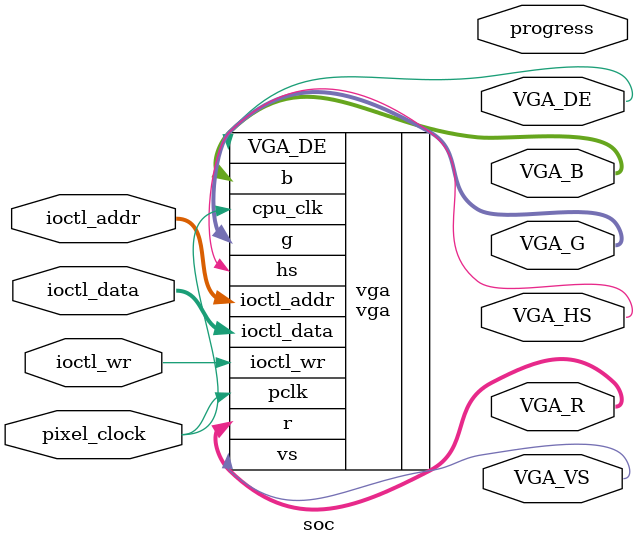
<source format=v>

module soc (
   input  pixel_clock,
	input  ioctl_wr,
	input [13:0] ioctl_addr,
	input [7:0] ioctl_data,
   output reg progress,
   output VGA_HS,
   output VGA_VS,
   output [7:0] VGA_R,
   output [7:0] VGA_G,
   output [7:0] VGA_B,
	output VGA_DE
);



vga vga (
	 .pclk  (pixel_clock),
	 
	 .cpu_clk  ( pixel_clock      ),
	 .ioctl_wr   ( ioctl_wr ),
	 .ioctl_addr ( ioctl_addr    ),
	 .ioctl_data ( ioctl_data             ),

	 .hs    (VGA_HS),
	 .vs    (VGA_VS),
	 .r     (VGA_R),
	 .g     (VGA_G),
	 .b     (VGA_B),
	 .VGA_DE(VGA_DE)
);
				

			


endmodule
</source>
